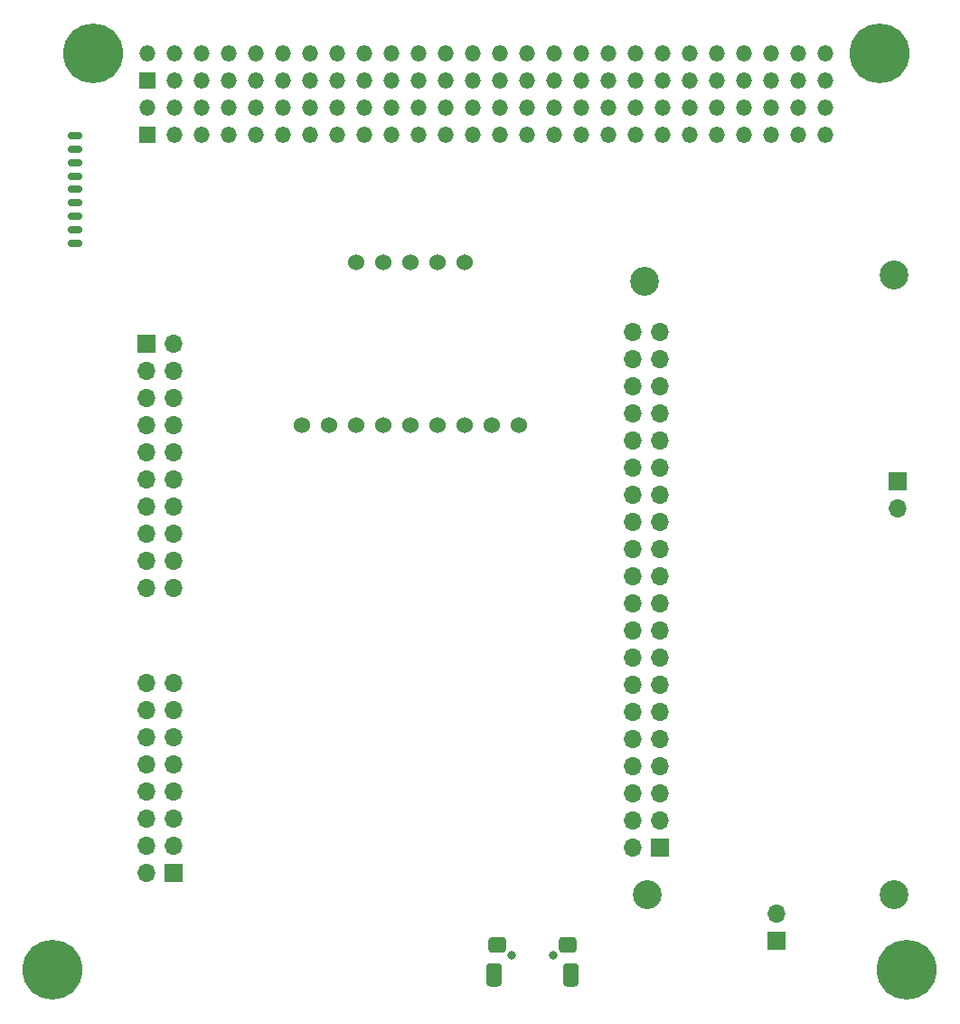
<source format=gbr>
%TF.GenerationSoftware,KiCad,Pcbnew,(5.1.9)-1*%
%TF.CreationDate,2021-10-13T18:07:23-04:00*%
%TF.ProjectId,REVERB Interface,52455645-5242-4204-996e-746572666163,rev?*%
%TF.SameCoordinates,Original*%
%TF.FileFunction,Soldermask,Bot*%
%TF.FilePolarity,Negative*%
%FSLAX46Y46*%
G04 Gerber Fmt 4.6, Leading zero omitted, Abs format (unit mm)*
G04 Created by KiCad (PCBNEW (5.1.9)-1) date 2021-10-13 18:07:23*
%MOMM*%
%LPD*%
G01*
G04 APERTURE LIST*
%ADD10C,2.700000*%
%ADD11O,1.700000X1.700000*%
%ADD12R,1.700000X1.700000*%
%ADD13C,1.524000*%
%ADD14C,0.800000*%
%ADD15C,5.600000*%
%ADD16C,3.600000*%
%ADD17O,1.400000X0.700000*%
%ADD18O,1.500000X1.500000*%
%ADD19R,1.500000X1.500000*%
G04 APERTURE END LIST*
D10*
%TO.C,M8*%
X190701000Y-136609000D03*
%TD*%
%TO.C,M7*%
X190701000Y-78609000D03*
%TD*%
%TO.C,M6*%
X167574000Y-136609000D03*
%TD*%
%TO.C,M5*%
X167384000Y-79244000D03*
%TD*%
D11*
%TO.C,J8*%
X191021000Y-100524000D03*
D12*
X191021000Y-97984000D03*
%TD*%
D13*
%TO.C,U1*%
X135255000Y-92710000D03*
X137795000Y-92710000D03*
X140335000Y-92710000D03*
X142875000Y-92710000D03*
X145415000Y-92710000D03*
X147955000Y-92710000D03*
X150495000Y-92710000D03*
X153035000Y-92710000D03*
X155575000Y-92710000D03*
X140335000Y-77470000D03*
X150495000Y-77470000D03*
X147955000Y-77470000D03*
X145415000Y-77470000D03*
X142875000Y-77470000D03*
%TD*%
D14*
%TO.C,J6*%
X158795000Y-142315000D03*
X154895000Y-142315000D03*
G36*
G01*
X153995000Y-143420000D02*
X153995000Y-144870000D01*
G75*
G02*
X153620000Y-145245000I-375000J0D01*
G01*
X152870000Y-145245000D01*
G75*
G02*
X152495000Y-144870000I0J375000D01*
G01*
X152495000Y-143420000D01*
G75*
G02*
X152870000Y-143045000I375000J0D01*
G01*
X153620000Y-143045000D01*
G75*
G02*
X153995000Y-143420000I0J-375000D01*
G01*
G37*
G36*
G01*
X161195000Y-143420000D02*
X161195000Y-144870000D01*
G75*
G02*
X160820000Y-145245000I-375000J0D01*
G01*
X160070000Y-145245000D01*
G75*
G02*
X159695000Y-144870000I0J375000D01*
G01*
X159695000Y-143420000D01*
G75*
G02*
X160070000Y-143045000I375000J0D01*
G01*
X160820000Y-143045000D01*
G75*
G02*
X161195000Y-143420000I0J-375000D01*
G01*
G37*
G36*
G01*
X160995000Y-140970000D02*
X160995000Y-141720000D01*
G75*
G02*
X160620000Y-142095000I-375000J0D01*
G01*
X159670000Y-142095000D01*
G75*
G02*
X159295000Y-141720000I0J375000D01*
G01*
X159295000Y-140970000D01*
G75*
G02*
X159670000Y-140595000I375000J0D01*
G01*
X160620000Y-140595000D01*
G75*
G02*
X160995000Y-140970000I0J-375000D01*
G01*
G37*
G36*
G01*
X154395000Y-140970000D02*
X154395000Y-141720000D01*
G75*
G02*
X154020000Y-142095000I-375000J0D01*
G01*
X153070000Y-142095000D01*
G75*
G02*
X152695000Y-141720000I0J375000D01*
G01*
X152695000Y-140970000D01*
G75*
G02*
X153070000Y-140595000I375000J0D01*
G01*
X154020000Y-140595000D01*
G75*
G02*
X154395000Y-140970000I0J-375000D01*
G01*
G37*
%TD*%
D15*
%TO.C,M4*%
X191926000Y-143664000D03*
D16*
X191926000Y-143664000D03*
%TD*%
D15*
%TO.C,M3*%
X111916000Y-143664000D03*
D16*
X111916000Y-143664000D03*
%TD*%
D15*
%TO.C,M2*%
X189386000Y-57939000D03*
D16*
X189386000Y-57939000D03*
%TD*%
D15*
%TO.C,M1*%
X115726000Y-57939000D03*
D16*
X115726000Y-57939000D03*
%TD*%
D11*
%TO.C,J7*%
X179705000Y-138430000D03*
D12*
X179705000Y-140970000D03*
%TD*%
D17*
%TO.C,J4*%
X114006000Y-75639000D03*
X114006000Y-74389000D03*
X114006000Y-73139000D03*
X114006000Y-71889000D03*
X114006000Y-70639000D03*
X114006000Y-69389000D03*
X114006000Y-68139000D03*
X114006000Y-66889000D03*
X114006000Y-65639000D03*
%TD*%
D11*
%TO.C,J3*%
X123190000Y-107950000D03*
X120650000Y-107950000D03*
X123190000Y-105410000D03*
X120650000Y-105410000D03*
X123190000Y-102870000D03*
X120650000Y-102870000D03*
X123190000Y-100330000D03*
X120650000Y-100330000D03*
X123190000Y-97790000D03*
X120650000Y-97790000D03*
X123190000Y-95250000D03*
X120650000Y-95250000D03*
X123190000Y-92710000D03*
X120650000Y-92710000D03*
X123190000Y-90170000D03*
X120650000Y-90170000D03*
X123190000Y-87630000D03*
X120650000Y-87630000D03*
X123190000Y-85090000D03*
D12*
X120650000Y-85090000D03*
%TD*%
D11*
%TO.C,J2*%
X120650000Y-116840000D03*
X123190000Y-116840000D03*
X120650000Y-119380000D03*
X123190000Y-119380000D03*
X120650000Y-121920000D03*
X123190000Y-121920000D03*
X120650000Y-124460000D03*
X123190000Y-124460000D03*
X120650000Y-127000000D03*
X123190000Y-127000000D03*
X120650000Y-129540000D03*
X123190000Y-129540000D03*
X120650000Y-132080000D03*
X123190000Y-132080000D03*
X120650000Y-134620000D03*
D12*
X123190000Y-134620000D03*
%TD*%
D11*
%TO.C,J1*%
X166256000Y-84014000D03*
X168796000Y-84014000D03*
X166256000Y-86554000D03*
X168796000Y-86554000D03*
X166256000Y-89094000D03*
X168796000Y-89094000D03*
X166256000Y-91634000D03*
X168796000Y-91634000D03*
X166256000Y-94174000D03*
X168796000Y-94174000D03*
X166256000Y-96714000D03*
X168796000Y-96714000D03*
X166256000Y-99254000D03*
X168796000Y-99254000D03*
X166256000Y-101794000D03*
X168796000Y-101794000D03*
X166256000Y-104334000D03*
X168796000Y-104334000D03*
X166256000Y-106874000D03*
X168796000Y-106874000D03*
X166256000Y-109414000D03*
X168796000Y-109414000D03*
X166256000Y-111954000D03*
X168796000Y-111954000D03*
X166256000Y-114494000D03*
X168796000Y-114494000D03*
X166256000Y-117034000D03*
X168796000Y-117034000D03*
X166256000Y-119574000D03*
X168796000Y-119574000D03*
X166256000Y-122114000D03*
X168796000Y-122114000D03*
X166256000Y-124654000D03*
X168796000Y-124654000D03*
X166256000Y-127194000D03*
X168796000Y-127194000D03*
X166256000Y-129734000D03*
X168796000Y-129734000D03*
X166256000Y-132274000D03*
D12*
X168796000Y-132274000D03*
%TD*%
D18*
%TO.C,H2*%
X184306000Y-57939000D03*
X184306000Y-60479000D03*
X181766000Y-57939000D03*
X181766000Y-60479000D03*
X179226000Y-57939000D03*
X179226000Y-60479000D03*
X176686000Y-57939000D03*
X176686000Y-60479000D03*
X174146000Y-57939000D03*
X174146000Y-60479000D03*
X171606000Y-57939000D03*
X171606000Y-60479000D03*
X169066000Y-57939000D03*
X169066000Y-60479000D03*
X166526000Y-57939000D03*
X166526000Y-60479000D03*
X163986000Y-57939000D03*
X163986000Y-60479000D03*
X161446000Y-57939000D03*
X161446000Y-60479000D03*
X158906000Y-57939000D03*
X158906000Y-60479000D03*
X156366000Y-57939000D03*
X156366000Y-60479000D03*
X153826000Y-57939000D03*
X153826000Y-60479000D03*
X151286000Y-57939000D03*
X151286000Y-60479000D03*
X148746000Y-57939000D03*
X148746000Y-60479000D03*
X146206000Y-57939000D03*
X146206000Y-60479000D03*
X143666000Y-57939000D03*
X143666000Y-60479000D03*
X141126000Y-57939000D03*
X141126000Y-60479000D03*
X138586000Y-57939000D03*
X138586000Y-60479000D03*
X136046000Y-57939000D03*
X136046000Y-60479000D03*
X133506000Y-57939000D03*
X133506000Y-60479000D03*
X130966000Y-57939000D03*
X130966000Y-60479000D03*
X128426000Y-57939000D03*
X128426000Y-60479000D03*
X125886000Y-57939000D03*
X125886000Y-60479000D03*
X123346000Y-57939000D03*
X123346000Y-60479000D03*
X120806000Y-57939000D03*
D19*
X120806000Y-60479000D03*
%TD*%
D18*
%TO.C,H1*%
X184306000Y-63019000D03*
X184306000Y-65559000D03*
X181766000Y-63019000D03*
X181766000Y-65559000D03*
X179226000Y-63019000D03*
X179226000Y-65559000D03*
X176686000Y-63019000D03*
X176686000Y-65559000D03*
X174146000Y-63019000D03*
X174146000Y-65559000D03*
X171606000Y-63019000D03*
X171606000Y-65559000D03*
X169066000Y-63019000D03*
X169066000Y-65559000D03*
X166526000Y-63019000D03*
X166526000Y-65559000D03*
X163986000Y-63019000D03*
X163986000Y-65559000D03*
X161446000Y-63019000D03*
X161446000Y-65559000D03*
X158906000Y-63019000D03*
X158906000Y-65559000D03*
X156366000Y-63019000D03*
X156366000Y-65559000D03*
X153826000Y-63019000D03*
X153826000Y-65559000D03*
X151286000Y-63019000D03*
X151286000Y-65559000D03*
X148746000Y-63019000D03*
X148746000Y-65559000D03*
X146206000Y-63019000D03*
X146206000Y-65559000D03*
X143666000Y-63019000D03*
X143666000Y-65559000D03*
X141126000Y-63019000D03*
X141126000Y-65559000D03*
X138586000Y-63019000D03*
X138586000Y-65559000D03*
X136046000Y-63019000D03*
X136046000Y-65559000D03*
X133506000Y-63019000D03*
X133506000Y-65559000D03*
X130966000Y-63019000D03*
X130966000Y-65559000D03*
X128426000Y-63019000D03*
X128426000Y-65559000D03*
X125886000Y-63019000D03*
X125886000Y-65559000D03*
X123346000Y-63019000D03*
X123346000Y-65559000D03*
X120806000Y-63019000D03*
D19*
X120806000Y-65559000D03*
%TD*%
M02*

</source>
